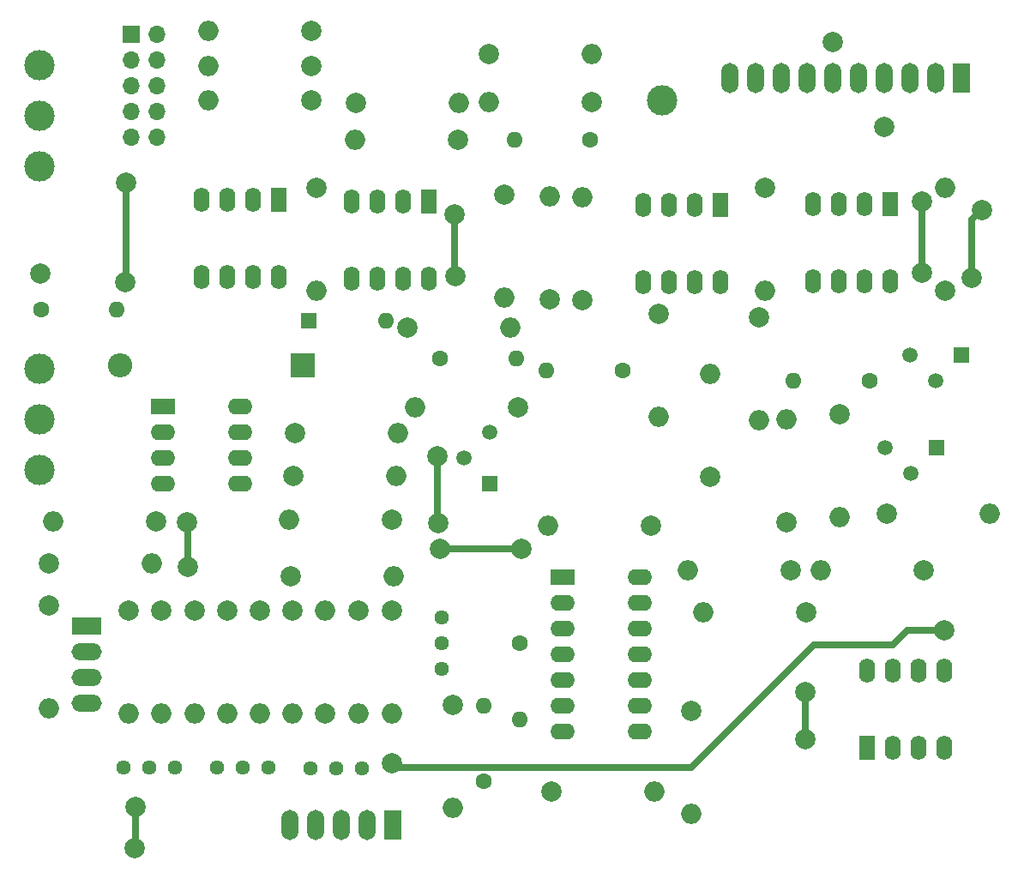
<source format=gbr>
G04 #@! TF.GenerationSoftware,KiCad,Pcbnew,(5.1.2-1)-1*
G04 #@! TF.CreationDate,2023-04-27T09:28:52+02:00*
G04 #@! TF.ProjectId,vco,76636f2e-6b69-4636-9164-5f7063625858,rev?*
G04 #@! TF.SameCoordinates,Original*
G04 #@! TF.FileFunction,Copper,L1,Top*
G04 #@! TF.FilePolarity,Positive*
%FSLAX46Y46*%
G04 Gerber Fmt 4.6, Leading zero omitted, Abs format (unit mm)*
G04 Created by KiCad (PCBNEW (5.1.2-1)-1) date 2023-04-27 09:28:52*
%MOMM*%
%LPD*%
G04 APERTURE LIST*
%ADD10R,1.600000X2.400000*%
%ADD11O,1.600000X2.400000*%
%ADD12C,3.000000*%
%ADD13C,1.500000*%
%ADD14R,1.500000X1.500000*%
%ADD15O,1.600000X1.600000*%
%ADD16C,1.600000*%
%ADD17C,2.000000*%
%ADD18O,2.000000X2.000000*%
%ADD19R,3.000000X1.700000*%
%ADD20O,3.000000X1.700000*%
%ADD21R,2.400000X2.400000*%
%ADD22O,2.400000X2.400000*%
%ADD23R,2.400000X1.600000*%
%ADD24O,2.400000X1.600000*%
%ADD25R,1.600000X1.600000*%
%ADD26C,1.440000*%
%ADD27R,1.700000X3.000000*%
%ADD28O,1.700000X3.000000*%
%ADD29R,1.700000X1.700000*%
%ADD30O,1.700000X1.700000*%
%ADD31C,0.700000*%
G04 APERTURE END LIST*
D10*
X87731600Y-56413400D03*
D11*
X95351600Y-48793400D03*
X90271600Y-56413400D03*
X92811600Y-48793400D03*
X92811600Y-56413400D03*
X90271600Y-48793400D03*
X95351600Y-56413400D03*
X87731600Y-48793400D03*
D12*
X6000000Y11000000D03*
X6000000Y6000000D03*
X6000000Y1000000D03*
X6000000Y-19000000D03*
X6000000Y-24000000D03*
X6000000Y-29000000D03*
D13*
X47904400Y-27813000D03*
X50444400Y-25273000D03*
D14*
X50444400Y-30353000D03*
D15*
X56025400Y-19177000D03*
D16*
X63525400Y-19177000D03*
D17*
X79730600Y-34163000D03*
D18*
X79730600Y-24003000D03*
D19*
X10617200Y-44348400D03*
D20*
X10617200Y-46888400D03*
X10617200Y-49428400D03*
X10617200Y-51968400D03*
D17*
X6959600Y-38201600D03*
D18*
X17119600Y-38201600D03*
D21*
X31978600Y-18618200D03*
D22*
X13978600Y-18618200D03*
D23*
X18211800Y-22733000D03*
D24*
X25831800Y-30353000D03*
X18211800Y-25273000D03*
X25831800Y-27813000D03*
X18211800Y-27813000D03*
X25831800Y-25273000D03*
X18211800Y-30353000D03*
X25831800Y-22733000D03*
D17*
X6045200Y-9601200D03*
D25*
X32562800Y-14274800D03*
D15*
X40182800Y-14274800D03*
D26*
X45720000Y-43561000D03*
X45720000Y-46101000D03*
X45720000Y-48641000D03*
D27*
X96977200Y9753600D03*
D28*
X94437200Y9753600D03*
X91897200Y9753600D03*
X89357200Y9753600D03*
X86817200Y9753600D03*
X84277200Y9753600D03*
X81737200Y9753600D03*
X79197200Y9753600D03*
X76657200Y9753600D03*
X74117200Y9753600D03*
D27*
X40868600Y-64058800D03*
D28*
X38328600Y-64058800D03*
X35788600Y-64058800D03*
X33248600Y-64058800D03*
X30708600Y-64058800D03*
D12*
X67437000Y7543800D03*
D17*
X89662000Y-33299400D03*
D18*
X99822000Y-33299400D03*
D17*
X40817800Y-42900600D03*
D18*
X40817800Y-53060600D03*
D17*
X93294200Y-38912800D03*
D18*
X83134200Y-38912800D03*
D17*
X84988400Y-23495000D03*
D18*
X84988400Y-33655000D03*
X6934200Y-52527200D03*
D17*
X6934200Y-42367200D03*
D18*
X7366000Y-34086800D03*
D17*
X17526000Y-34086800D03*
X56540400Y-60706000D03*
D18*
X66700400Y-60706000D03*
X37465000Y-53009800D03*
D17*
X37465000Y-42849800D03*
D18*
X27787600Y-53035200D03*
D17*
X27787600Y-42875200D03*
D18*
X21285200Y-53060600D03*
D17*
X21285200Y-42900600D03*
D18*
X14757400Y-53060600D03*
D17*
X14757400Y-42900600D03*
X30988000Y-42875200D03*
D18*
X30988000Y-53035200D03*
X24536400Y-53009800D03*
D17*
X24536400Y-42849800D03*
D18*
X18008600Y-53060600D03*
D17*
X18008600Y-42900600D03*
D18*
X70358000Y-62966600D03*
D17*
X70358000Y-52806600D03*
D18*
X46761400Y-62306200D03*
D17*
X46761400Y-52146200D03*
D18*
X40944800Y-39497000D03*
D17*
X30784800Y-39497000D03*
X95427800Y-11277600D03*
D18*
X95427800Y-1117600D03*
D17*
X40817800Y-33858200D03*
D18*
X30657800Y-33858200D03*
X41198800Y-29565600D03*
D17*
X31038800Y-29565600D03*
X77647800Y-1117600D03*
D18*
X77647800Y-11277600D03*
X41351200Y-25323800D03*
D17*
X31191200Y-25323800D03*
X66395600Y-34493200D03*
D18*
X56235600Y-34493200D03*
D17*
X59613800Y-12242800D03*
D18*
X59613800Y-2082800D03*
D17*
X72186800Y-29641800D03*
D18*
X72186800Y-19481800D03*
D17*
X81661000Y-43002200D03*
D18*
X71501000Y-43002200D03*
X70002400Y-38912800D03*
D17*
X80162400Y-38912800D03*
D18*
X34213800Y-42849800D03*
D17*
X34213800Y-53009800D03*
D18*
X56337200Y-2006600D03*
D17*
X56337200Y-12166600D03*
X53263800Y-22834600D03*
D18*
X43103800Y-22834600D03*
X52476400Y-14935200D03*
D17*
X42316400Y-14935200D03*
X67157600Y-13538200D03*
D18*
X67157600Y-23698200D03*
X77012800Y-24053800D03*
D17*
X77012800Y-13893800D03*
X32867600Y10896600D03*
D18*
X22707600Y10896600D03*
X51917600Y-11963400D03*
D17*
X51917600Y-1803400D03*
D18*
X22707600Y14401800D03*
D17*
X32867600Y14401800D03*
X33350200Y-1117600D03*
D18*
X33350200Y-11277600D03*
D17*
X32816800Y7518400D03*
D18*
X22656800Y7518400D03*
X37160200Y3581400D03*
D17*
X47320200Y3581400D03*
D18*
X47371000Y7264400D03*
D17*
X37211000Y7264400D03*
X60528200Y7315200D03*
D18*
X50368200Y7315200D03*
D17*
X50342800Y12065000D03*
D18*
X60502800Y12065000D03*
D26*
X32715200Y-58420000D03*
X35255200Y-58420000D03*
X37795200Y-58420000D03*
X23545800Y-58343800D03*
X26085800Y-58343800D03*
X28625800Y-58343800D03*
X19354800Y-58369200D03*
X16814800Y-58369200D03*
X14274800Y-58369200D03*
D29*
X15036800Y14046200D03*
D30*
X17576800Y14046200D03*
X15036800Y11506200D03*
X17576800Y11506200D03*
X15036800Y8966200D03*
X17576800Y8966200D03*
X15036800Y6426200D03*
X17576800Y6426200D03*
X15036800Y3886200D03*
X17576800Y3886200D03*
D23*
X57658000Y-39522400D03*
D24*
X65278000Y-54762400D03*
X57658000Y-42062400D03*
X65278000Y-52222400D03*
X57658000Y-44602400D03*
X65278000Y-49682400D03*
X57658000Y-47142400D03*
X65278000Y-47142400D03*
X57658000Y-49682400D03*
X65278000Y-44602400D03*
X57658000Y-52222400D03*
X65278000Y-42062400D03*
X57658000Y-54762400D03*
X65278000Y-39522400D03*
D11*
X73177400Y-10464800D03*
X65557400Y-2844800D03*
X70637400Y-10464800D03*
X68097400Y-2844800D03*
X68097400Y-10464800D03*
X70637400Y-2844800D03*
X65557400Y-10464800D03*
D10*
X73177400Y-2844800D03*
X29616400Y-2336800D03*
D11*
X21996400Y-9956800D03*
X27076400Y-2336800D03*
X24536400Y-9956800D03*
X24536400Y-2336800D03*
X27076400Y-9956800D03*
X21996400Y-2336800D03*
X29616400Y-9956800D03*
X44399200Y-10083800D03*
X36779200Y-2463800D03*
X41859200Y-10083800D03*
X39319200Y-2463800D03*
X39319200Y-10083800D03*
X41859200Y-2463800D03*
X36779200Y-10083800D03*
D10*
X44399200Y-2463800D03*
D15*
X13621400Y-13157200D03*
D16*
X6121400Y-13157200D03*
X87909400Y-20142200D03*
D15*
X80409400Y-20142200D03*
D16*
X49809400Y-59740800D03*
D15*
X49809400Y-52240800D03*
X53067600Y-17932400D03*
D16*
X45567600Y-17932400D03*
X53441600Y-46101000D03*
D15*
X53441600Y-53601000D03*
D16*
X60375800Y3606800D03*
D15*
X52875800Y3606800D03*
D13*
X91998800Y-29311600D03*
X89458800Y-26771600D03*
D14*
X94538800Y-26771600D03*
X97028000Y-17627600D03*
D13*
X91948000Y-17627600D03*
X94488000Y-20167600D03*
D11*
X89966800Y-10337800D03*
X82346800Y-2717800D03*
X87426800Y-10337800D03*
X84886800Y-2717800D03*
X84886800Y-10337800D03*
X87426800Y-2717800D03*
X82346800Y-10337800D03*
D10*
X89966800Y-2717800D03*
D17*
X20599400Y-38557200D03*
X20523200Y-34163000D03*
X53543200Y-36804600D03*
X45542200Y-36753800D03*
X14510400Y-642000D03*
X14452600Y-10414000D03*
X45288200Y-27635200D03*
X45339000Y-34213800D03*
X99009200Y-3302000D03*
X98044000Y-10007600D03*
X15443200Y-62230000D03*
X15392400Y-66294000D03*
X93116400Y-9525000D03*
X93116400Y-2438400D03*
X89357200Y4902200D03*
X81610200Y-50927000D03*
X81610200Y-55524400D03*
X84277200Y13309600D03*
X95351600Y-44805600D03*
X40817800Y-57962800D03*
X46990000Y-3784600D03*
X47091600Y-9804400D03*
D31*
X20599400Y-34239200D02*
X20523200Y-34163000D01*
X20599400Y-38557200D02*
X20599400Y-34239200D01*
X45593000Y-36804600D02*
X45542200Y-36753800D01*
X53543200Y-36804600D02*
X45593000Y-36804600D01*
X14510400Y-10356200D02*
X14452600Y-10414000D01*
X14510400Y-642000D02*
X14510400Y-10356200D01*
X45288200Y-34163000D02*
X45339000Y-34213800D01*
X45288200Y-27635200D02*
X45288200Y-34163000D01*
X98526600Y-3784600D02*
X99009200Y-3302000D01*
X98044000Y-4267200D02*
X99009200Y-3302000D01*
X98044000Y-10007600D02*
X98044000Y-4267200D01*
X15443200Y-66243200D02*
X15392400Y-66294000D01*
X15443200Y-62230000D02*
X15443200Y-66243200D01*
X93116400Y-9525000D02*
X93116400Y-2438400D01*
X81610200Y-50927000D02*
X81610200Y-55524400D01*
X91670798Y-44805600D02*
X90222998Y-46253400D01*
X95351600Y-44805600D02*
X91670798Y-44805600D01*
X90222998Y-46253400D02*
X82448400Y-46253400D01*
X41245799Y-58390799D02*
X40817800Y-57962800D01*
X82448400Y-46253400D02*
X70311001Y-58390799D01*
X70311001Y-58390799D02*
X41245799Y-58390799D01*
X47675800Y-9804400D02*
X47650400Y-9829800D01*
X46990000Y-9702800D02*
X47091600Y-9804400D01*
X46990000Y-3784600D02*
X46990000Y-9702800D01*
M02*

</source>
